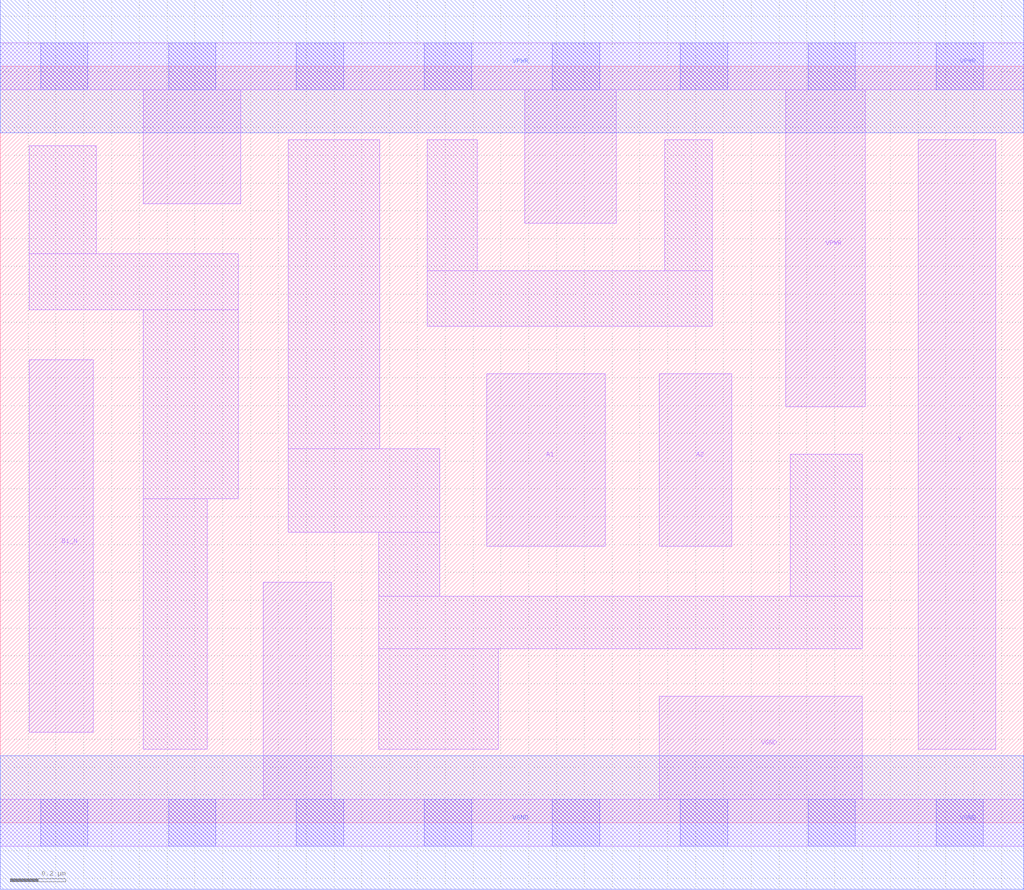
<source format=lef>
# Copyright 2020 The SkyWater PDK Authors
#
# Licensed under the Apache License, Version 2.0 (the "License");
# you may not use this file except in compliance with the License.
# You may obtain a copy of the License at
#
#     https://www.apache.org/licenses/LICENSE-2.0
#
# Unless required by applicable law or agreed to in writing, software
# distributed under the License is distributed on an "AS IS" BASIS,
# WITHOUT WARRANTIES OR CONDITIONS OF ANY KIND, either express or implied.
# See the License for the specific language governing permissions and
# limitations under the License.
#
# SPDX-License-Identifier: Apache-2.0

VERSION 5.7 ;
  NAMESCASESENSITIVE ON ;
  NOWIREEXTENSIONATPIN ON ;
  DIVIDERCHAR "/" ;
  BUSBITCHARS "[]" ;
UNITS
  DATABASE MICRONS 200 ;
END UNITS
MACRO sky130_fd_sc_hd__a21bo_1
  CLASS CORE ;
  SOURCE USER ;
  FOREIGN sky130_fd_sc_hd__a21bo_1 ;
  ORIGIN  0.000000  0.000000 ;
  SIZE  3.680000 BY  2.720000 ;
  SYMMETRY X Y R90 ;
  SITE unithd ;
  PIN A1
    ANTENNAGATEAREA  0.247500 ;
    DIRECTION INPUT ;
    USE SIGNAL ;
    PORT
      LAYER li1 ;
        RECT 1.750000 0.995000 2.175000 1.615000 ;
    END
  END A1
  PIN A2
    ANTENNAGATEAREA  0.247500 ;
    DIRECTION INPUT ;
    USE SIGNAL ;
    PORT
      LAYER li1 ;
        RECT 2.370000 0.995000 2.630000 1.615000 ;
    END
  END A2
  PIN B1_N
    ANTENNAGATEAREA  0.126000 ;
    DIRECTION INPUT ;
    USE SIGNAL ;
    PORT
      LAYER li1 ;
        RECT 0.105000 0.325000 0.335000 1.665000 ;
    END
  END B1_N
  PIN X
    ANTENNADIFFAREA  0.429000 ;
    DIRECTION OUTPUT ;
    USE SIGNAL ;
    PORT
      LAYER li1 ;
        RECT 3.300000 0.265000 3.580000 2.455000 ;
    END
  END X
  PIN VGND
    DIRECTION INOUT ;
    SHAPE ABUTMENT ;
    USE GROUND ;
    PORT
      LAYER li1 ;
        RECT 0.000000 -0.085000 3.680000 0.085000 ;
        RECT 0.945000  0.085000 1.190000 0.865000 ;
        RECT 2.370000  0.085000 3.100000 0.455000 ;
      LAYER mcon ;
        RECT 0.145000 -0.085000 0.315000 0.085000 ;
        RECT 0.605000 -0.085000 0.775000 0.085000 ;
        RECT 1.065000 -0.085000 1.235000 0.085000 ;
        RECT 1.525000 -0.085000 1.695000 0.085000 ;
        RECT 1.985000 -0.085000 2.155000 0.085000 ;
        RECT 2.445000 -0.085000 2.615000 0.085000 ;
        RECT 2.905000 -0.085000 3.075000 0.085000 ;
        RECT 3.365000 -0.085000 3.535000 0.085000 ;
      LAYER met1 ;
        RECT 0.000000 -0.240000 3.680000 0.240000 ;
    END
  END VGND
  PIN VPWR
    DIRECTION INOUT ;
    SHAPE ABUTMENT ;
    USE POWER ;
    PORT
      LAYER li1 ;
        RECT 0.000000 2.635000 3.680000 2.805000 ;
        RECT 0.515000 2.225000 0.865000 2.635000 ;
        RECT 1.885000 2.155000 2.215000 2.635000 ;
        RECT 2.825000 1.495000 3.110000 2.635000 ;
      LAYER mcon ;
        RECT 0.145000 2.635000 0.315000 2.805000 ;
        RECT 0.605000 2.635000 0.775000 2.805000 ;
        RECT 1.065000 2.635000 1.235000 2.805000 ;
        RECT 1.525000 2.635000 1.695000 2.805000 ;
        RECT 1.985000 2.635000 2.155000 2.805000 ;
        RECT 2.445000 2.635000 2.615000 2.805000 ;
        RECT 2.905000 2.635000 3.075000 2.805000 ;
        RECT 3.365000 2.635000 3.535000 2.805000 ;
      LAYER met1 ;
        RECT 0.000000 2.480000 3.680000 2.960000 ;
    END
  END VPWR
  OBS
    LAYER li1 ;
      RECT 0.105000 1.845000 0.855000 2.045000 ;
      RECT 0.105000 2.045000 0.345000 2.435000 ;
      RECT 0.515000 0.265000 0.745000 1.165000 ;
      RECT 0.515000 1.165000 0.855000 1.845000 ;
      RECT 1.035000 1.045000 1.580000 1.345000 ;
      RECT 1.035000 1.345000 1.365000 2.455000 ;
      RECT 1.360000 0.265000 1.790000 0.625000 ;
      RECT 1.360000 0.625000 3.100000 0.815000 ;
      RECT 1.360000 0.815000 1.580000 1.045000 ;
      RECT 1.535000 1.785000 2.560000 1.985000 ;
      RECT 1.535000 1.985000 1.715000 2.455000 ;
      RECT 2.390000 1.985000 2.560000 2.455000 ;
      RECT 2.840000 0.815000 3.100000 1.325000 ;
  END
END sky130_fd_sc_hd__a21bo_1

</source>
